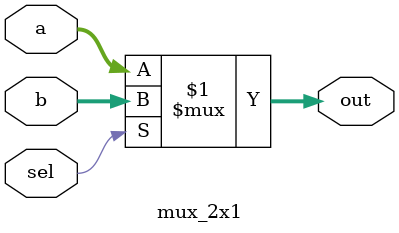
<source format=v>
module wrapper_stereovision2 (reset, tm3_clk_v0,  vidin_new_data, vidin_rgb_reg, vidin_addr_reg, svid_comp_switch, counter_out_2to1, bus_word_temp_2to1, sel_mux_bus_word_temp_2to1, vidin_new_data_fifo, vidin_rgb_reg_fifo_left, vidin_rgb_reg_fifo_right, vidin_addr_reg_2to0, v_nd_s1_left_2to0, v_nd_s2_left_2to0 , v_nd_s4_left_2to0 , v_d_reg_s1_left_2to0 , v_d_reg_s2_left_2to0 , v_d_reg_s4_left_2to0 , v_nd_s1_right_2to0, v_nd_s2_right_2to0 , v_nd_s4_right_2to0 , v_d_reg_s1_right_2to0 , v_d_reg_s2_right_2to0 , v_d_reg_s4_right_2to0,offchip_sram_data_in,offchip_sram_addr,offchip_sram_data_out,offchip_sram_we,offchip_sram_oe,tm3_sram_adsp);
		
   input [63:0]offchip_sram_data_in;
   output [18:0]offchip_sram_addr;
   output [63:0]offchip_sram_data_out;
   output [7:0]offchip_sram_we;
   output [1:0]offchip_sram_oe;
   input reset;
   input tm3_clk_v0; 

   output tm3_sram_adsp; 
   input vidin_new_data; 
   input[7:0] vidin_rgb_reg; 
   input[18:0] vidin_addr_reg; 
   input svid_comp_switch; 
   output[2:0] counter_out_2to1; 
   input [1:0] sel_mux_bus_word_temp_2to1;
   output[15:0] bus_word_temp_2to1;
   output vidin_new_data_fifo; 
   output[7:0] vidin_rgb_reg_fifo_left; 
   output[7:0] vidin_rgb_reg_fifo_right; 
   output[3:0] vidin_addr_reg_2to0; 
   input v_nd_s1_left_2to0; 
   input v_nd_s2_left_2to0; 
   input v_nd_s4_left_2to0; 
   input[7:0] v_d_reg_s1_left_2to0; 
   input[7:0] v_d_reg_s2_left_2to0; 
   input[7:0] v_d_reg_s4_left_2to0; 
   input v_nd_s1_right_2to0; 
   input v_nd_s2_right_2to0; 
   input v_nd_s4_right_2to0; 
   input[7:0] v_d_reg_s1_right_2to0; 
   input[7:0] v_d_reg_s2_right_2to0; 
   input[7:0] v_d_reg_s4_right_2to0; 

   wire [15:0] bus_word_3_2to1; 
   wire [15:0] bus_word_4_2to1; 
   wire [15:0] bus_word_5_2to1; 
   wire [15:0] bus_word_6_2to1;

 
   stereovision2 inst(.reset(reset),. tm3_clk_v0(tm3_clk_v0),.  vidin_new_data(vidin_new_data),. vidin_rgb_reg (vidin_rgb_reg),. vidin_addr_reg (vidin_addr_reg),. svid_comp_switch (svid_comp_switch),. counter_out_2to1 (counter_out_2to1),. bus_word_3_2to1 (bus_word_3_2to1),. bus_word_4_2to1 (bus_word_4_2to1),. bus_word_5_2to1 (bus_word_5_2to1),. bus_word_6_2to1 (bus_word_6_2to1),. vidin_new_data_fifo (vidin_new_data_fifo),. vidin_rgb_reg_fifo_left (vidin_rgb_reg_fifo_left),. vidin_rgb_reg_fifo_right (vidin_rgb_reg_fifo_right),. vidin_addr_reg_2to0 (vidin_addr_reg_2to0),. v_nd_s1_left_2to0 (v_nd_s1_left_2to0),. v_nd_s2_left_2to0 (v_nd_s2_left_2to0) ,. v_nd_s4_left_2to0 (v_nd_s4_left_2to0) ,. v_d_reg_s1_left_2to0 (v_d_reg_s1_left_2to0) ,. v_d_reg_s2_left_2to0 (v_d_reg_s2_left_2to0) ,. v_d_reg_s4_left_2to0 (v_d_reg_s4_left_2to0) ,. v_nd_s1_right_2to0 (v_nd_s1_right_2to0),. v_nd_s2_right_2to0 (v_nd_s2_right_2to0) ,. v_nd_s4_right_2to0 (v_nd_s4_right_2to0) ,. v_d_reg_s1_right_2to0 (v_d_reg_s1_right_2to0) ,. v_d_reg_s2_right_2to0 (v_d_reg_s2_right_2to0) ,. v_d_reg_s4_right_2to0 (v_d_reg_s4_right_2to0),. offchip_sram_data_in(offchip_sram_data_in),. offchip_sram_addr (offchip_sram_addr),. offchip_sram_data_out (offchip_sram_data_out),. offchip_sram_we (offchip_sram_we),. offchip_sram_oe (offchip_sram_oe),. tm3_sram_adsp(tm3_sram_adsp));
   mux_4x1 inst_mux (.in0(bus_word_3_2to1),.in1(bus_word_4_2to1),. in2(bus_word_5_2to1),. in3(bus_word_6_2to1),. sel(sel_mux_bus_word_temp_2to1),. out(bus_word_temp_2to1));
endmodule

module mux_4x1 (
   input [15:0]in0,
   input [15:0] in1,
   input [15:0] in2,
   input [15:0] in3,
  input [1:0]sel,
  output [15:0] out);
  wire [15:0] out0_w, out1_w;
  
  mux_2x1 m4_0(.a(in0),.b(in1),.sel(sel[0]),.out(out0_w));
  mux_2x1 m4_1(.a(in2),.b(in3),.sel(sel[0]),.out(out1_w));
  mux_2x1 m4_2(.a(out0_w),.b(out1_w),.sel(sel[1]),.out(out));
  
endmodule 

module mux_2x1 (
   input [15:0] a,
   input [15:0] b,
   input sel,
   output [15:0] out);
   assign out = sel ? b : a; 
endmodule
</source>
